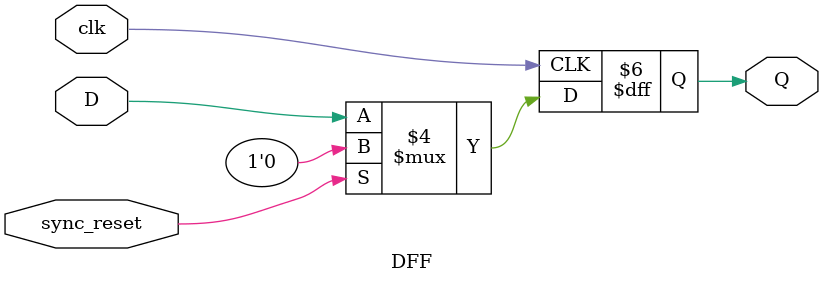
<source format=v>
module clocked_priority_Encoder_16_4 (clk,reset,
G0,G1,G2,G3,
D0,D1,D2,D3,D4,D5,D6,D7,D8,D9,D10,D11,D12,D13,D14,D15);

input clk;
input reset;
input D0,D1,D2,D3,D4,D5,D6,D7,D8,D9,D10,D11,D12,D13,D14,D15;
output G0,G1,G2,G3;




wire Dx,Dy,
Qx,

Dm,Dn,
Qm,


Da,Db,
Qa,


Da1,Da2,
Qa1;



/////////////////////////////// for G3 //////////////////////////////////////////

//assign G3=D15 || D14 || D13 || D12 || D11 || D10 || D9 || D8;

assign Da1 = D15 || D14 || D13 || D12 ;

DFF dff_0(.D(Da1),
.clk(clk),
.sync_reset(reset),
.Q(Qa1) );

assign Da2 = Qa1 || D11 || D10 || D9 || D8 ;

DFF dff_1(.D(Da2),
.clk(clk),
.sync_reset(reset),
.Q(G3) );

/////////////////////////////////////////////////////////////////

////////////////// for G2 ///////////////////////////////

//assign G2= D15 || D14 || D13 || D12 || ((!D11) && (!D10) && (!D9) && (!D8) && (D7 || D6 || D5 || D4)) ;


assign Dx = D15 || D14 || D13 || D12 || ((!D11) && (!D10) );

DFF dff_2(.D(Dx),
.clk(clk),
.sync_reset(reset),
.Q(Qx) );
assign Dy = Qx && (!D9) && (!D8) && (D7 || D6 || D5 || D4 );

DFF dff_3(.D(Dy),
.clk(clk),
.sync_reset(reset),
.Q(G2) );



///////////////////// for G1 /////////////////////////////////////

//assign G1= D15 || D14 || (!D13) && ( !D12)&& (D11||D10||(!D9)&&(!D8)&&(D7||D6||(!D5) && (!D4) && (D3 || D2)));
assign Dm = (!D8) &&(D7 || D6 || (!D5) && (!D4) && (D3 || D2) );

DFF dff_4(.D(Dm),
.clk(clk),
.sync_reset(reset),
.Q(Qm));

assign Dn = D15 || D14 || ( !D13) && ( !D12) && ( D11 || D10 || (!D9) && Qm );


DFF dff_5(.D(Dn),
.clk(clk),
.sync_reset(reset),
.Q(G1) );


/////////////////////////////////////////////////////////////////
//////////////////////for G0 ////////////////////////////////////

//assign G0 = D15||(!D14)&& (D13||(!D12)&&(D11||(!D10)&&(D9||(!D8)&& (D7||(!D6)&&(D5||(!D4)&&(D3||(!D2)&&D1)))))) ; /// It's alright ;
assign Da = (!D8)&& (D7||(!D6)&&(D5||(!D4)&&(D3||(!D2)&&D1)));

DFF dff_6 (.D(Da),
.clk(clk),
.sync_reset(reset),
.Q(Qa));

assign Db = D15||(!D14)&& (D13||(!D12)&&(D11||(!D10)&&(D9||Qa)));

DFF dff_7 (.D(Db),
.clk(clk),
.sync_reset(reset),
.Q(G0));


//////////////////////////////////////////////////////////////////////////////////////
endmodule

module DFF (D,clk,sync_reset,Q);
input D; // Data input
input clk; // clock input
input sync_reset; // synchronous reset
output reg Q; // output Q

always @(posedge clk)
begin
if(sync_reset==1'b1)
Q <= 1'b0;
else
Q <= D;
end
endmodule

</source>
